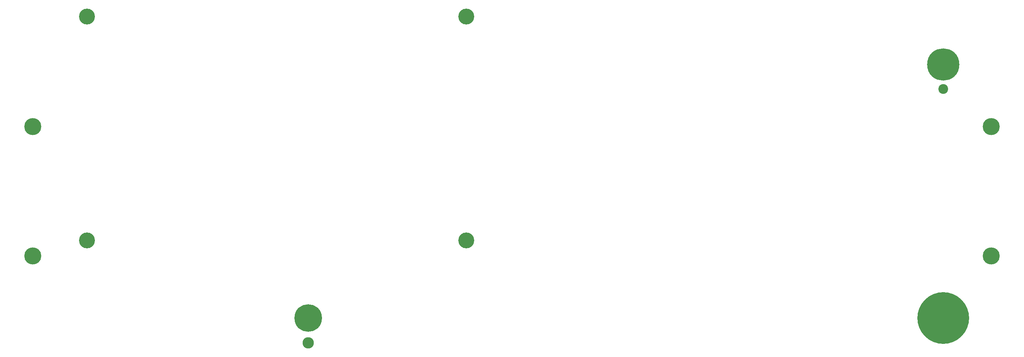
<source format=gbr>
%TF.GenerationSoftware,KiCad,Pcbnew,4.0.7-e2-6376~58~ubuntu16.04.1*%
%TF.CreationDate,2018-07-01T15:12:05-07:00*%
%TF.ProjectId,dcload,64636C6F61642E6B696361645F706362,rev?*%
%TF.FileFunction,Soldermask,Bot*%
%FSLAX46Y46*%
G04 Gerber Fmt 4.6, Leading zero omitted, Abs format (unit mm)*
G04 Created by KiCad (PCBNEW 4.0.7-e2-6376~58~ubuntu16.04.1) date Sun Jul  1 15:12:05 2018*
%MOMM*%
%LPD*%
G01*
G04 APERTURE LIST*
%ADD10C,0.100000*%
%ADD11C,6.750000*%
%ADD12C,2.780000*%
%ADD13C,7.900000*%
%ADD14C,2.400000*%
%ADD15C,12.700000*%
%ADD16C,4.180000*%
%ADD17C,3.900000*%
G04 APERTURE END LIST*
D10*
D11*
X90000000Y-94250000D03*
D12*
X90000000Y-100350000D03*
D13*
X245750000Y-32000000D03*
D14*
X245750000Y-38000000D03*
D15*
X245750000Y-94250000D03*
D16*
X257545000Y-47295000D03*
X257545000Y-79045000D03*
X22465000Y-47295000D03*
X22465000Y-79045000D03*
D17*
X35750000Y-75250000D03*
X35750000Y-20250000D03*
X128750000Y-20250000D03*
X128750000Y-75250000D03*
M02*

</source>
